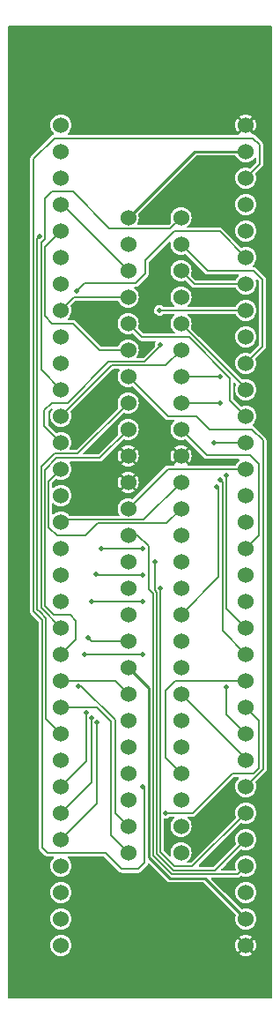
<source format=gtl>
G04 #@! TF.GenerationSoftware,KiCad,Pcbnew,7.0.8*
G04 #@! TF.CreationDate,2023-12-20T13:31:54-05:00*
G04 #@! TF.ProjectId,sms-umd,736d732d-756d-4642-9e6b-696361645f70,3.0*
G04 #@! TF.SameCoordinates,PX7c25018PY8f85f18*
G04 #@! TF.FileFunction,Copper,L1,Top*
G04 #@! TF.FilePolarity,Positive*
%FSLAX46Y46*%
G04 Gerber Fmt 4.6, Leading zero omitted, Abs format (unit mm)*
G04 Created by KiCad (PCBNEW 7.0.8) date 2023-12-20 13:31:54*
%MOMM*%
%LPD*%
G01*
G04 APERTURE LIST*
G04 #@! TA.AperFunction,ComponentPad*
%ADD10C,1.524000*%
G04 #@! TD*
G04 #@! TA.AperFunction,ViaPad*
%ADD11C,0.508000*%
G04 #@! TD*
G04 #@! TA.AperFunction,Conductor*
%ADD12C,0.177800*%
G04 #@! TD*
G04 #@! TA.AperFunction,Conductor*
%ADD13C,0.254000*%
G04 #@! TD*
G04 APERTURE END LIST*
D10*
X12192000Y75565000D03*
X17272000Y75565000D03*
X12192000Y73025000D03*
X17272000Y73025000D03*
X12192000Y70485000D03*
X17272000Y70485000D03*
X12192000Y67945000D03*
X17272000Y67945000D03*
X12192000Y65405000D03*
X17272000Y65405000D03*
X12192000Y62865000D03*
X17272000Y62865000D03*
X12192000Y60325000D03*
X17272000Y60325000D03*
X12192000Y57785000D03*
X17272000Y57785000D03*
X12192000Y55245000D03*
X17272000Y55245000D03*
X12192000Y52705000D03*
X17272000Y52705000D03*
X12192000Y50165000D03*
X17272000Y50165000D03*
X12192000Y47625000D03*
X17272000Y47625000D03*
X12192000Y45085000D03*
X17272000Y45085000D03*
X12192000Y42545000D03*
X17272000Y42545000D03*
X12192000Y40005000D03*
X17272000Y40005000D03*
X12192000Y37465000D03*
X17272000Y37465000D03*
X12192000Y34925000D03*
X17272000Y34925000D03*
X12192000Y32385000D03*
X17272000Y32385000D03*
X12192000Y29845000D03*
X17272000Y29845000D03*
X12192000Y27305000D03*
X17272000Y27305000D03*
X12192000Y24765000D03*
X17272000Y24765000D03*
X12192000Y22225000D03*
X17272000Y22225000D03*
X12192000Y19685000D03*
X17272000Y19685000D03*
X12192000Y17145000D03*
X17272000Y17145000D03*
X12192000Y14605000D03*
X17272000Y14605000D03*
X5715000Y84455000D03*
X5715000Y81915000D03*
X5715000Y79375000D03*
X5715000Y76835000D03*
X5715000Y74295000D03*
X5715000Y71755000D03*
X5715000Y69215000D03*
X5715000Y66675000D03*
X5715000Y64135000D03*
X5715000Y61595000D03*
X5715000Y59055000D03*
X5715000Y56515000D03*
X5715000Y53975000D03*
X5715000Y51435000D03*
X5715000Y48895000D03*
X5715000Y46355000D03*
X5715000Y43815000D03*
X5715000Y41275000D03*
X5715000Y38735000D03*
X5715000Y36195000D03*
X5715000Y33655000D03*
X5715000Y31115000D03*
X5715000Y28575000D03*
X5715000Y26035000D03*
X5715000Y23495000D03*
X5715000Y20955000D03*
X5715000Y18415000D03*
X5715000Y15875000D03*
X5715000Y13335000D03*
X5715000Y10795000D03*
X5715000Y8255000D03*
X5715000Y5715000D03*
X23495000Y5715000D03*
X23495000Y8255000D03*
X23495000Y10795000D03*
X23495000Y13335000D03*
X23495000Y15875000D03*
X23495000Y18415000D03*
X23495000Y20955000D03*
X23495000Y23495000D03*
X23495000Y26035000D03*
X23495000Y28575000D03*
X23495000Y31115000D03*
X23495000Y33655000D03*
X23495000Y36195000D03*
X23495000Y38735000D03*
X23495000Y41275000D03*
X23495000Y43815000D03*
X23495000Y46355000D03*
X23495000Y48895000D03*
X23495000Y51435000D03*
X23495000Y53975000D03*
X23495000Y56515000D03*
X23495000Y59055000D03*
X23495000Y61595000D03*
X23495000Y64135000D03*
X23495000Y66675000D03*
X23495000Y69215000D03*
X23495000Y71755000D03*
X23495000Y74295000D03*
X23495000Y76835000D03*
X23495000Y79375000D03*
X23495000Y81915000D03*
X23495000Y84455000D03*
D11*
X3683000Y73761600D03*
X20726400Y49758600D03*
X13614400Y43815000D03*
X9575800Y43815000D03*
X9194800Y27152600D03*
X13589000Y41275000D03*
X9055100Y41372714D03*
X8661400Y27584400D03*
X13589000Y38760400D03*
X8699500Y38760400D03*
X8128000Y28016200D03*
X13589000Y33655000D03*
X7975600Y33655000D03*
X8331200Y35280600D03*
X13614400Y20904200D03*
X7442200Y30581600D03*
X15824200Y18415000D03*
X14732000Y42545000D03*
X15290800Y40005000D03*
X21666200Y30530800D03*
X20421600Y53975000D03*
X15214600Y66675000D03*
X7264400Y68503800D03*
X21056600Y57785000D03*
X21056600Y50368200D03*
X21056600Y60325000D03*
X21615400Y50800000D03*
X15265400Y63398400D03*
X16535400Y90678000D03*
D12*
X3098800Y37769800D02*
X3098800Y81203800D01*
X3937000Y36931600D02*
X3098800Y37769800D01*
X3937000Y15138400D02*
X3937000Y36931600D01*
X13131800Y13030200D02*
X11582400Y13030200D01*
X10007600Y14605000D02*
X4470400Y14605000D01*
X11582400Y13030200D02*
X10007600Y14605000D01*
X13766800Y13665200D02*
X13131800Y13030200D01*
X4470400Y14605000D02*
X3937000Y15138400D01*
X13614400Y20904200D02*
X13766800Y20751800D01*
X13766800Y20751800D02*
X13766800Y13665200D01*
X3098800Y81203800D02*
X5105400Y83210400D01*
X3454400Y37944574D02*
X3719587Y37679387D01*
X3454400Y73533000D02*
X3454400Y37944574D01*
X5328894Y45059600D02*
X4521200Y45867294D01*
X8102600Y45059600D02*
X5328894Y45059600D01*
X17272000Y47625000D02*
X15875000Y46228000D01*
X7162800Y35102800D02*
X5715000Y33655000D01*
X7162800Y36880800D02*
X7162800Y35102800D01*
X6629400Y37414200D02*
X7162800Y36880800D01*
X4165600Y51343612D02*
X4165600Y38277800D01*
X4292600Y37106374D02*
X3719587Y37679387D01*
X5323788Y52501800D02*
X4165600Y51343612D01*
X9448800Y52501800D02*
X5323788Y52501800D01*
X3810000Y51658494D02*
X3810000Y38100000D01*
X5097806Y52946300D02*
X3810000Y51658494D01*
X12192000Y57785000D02*
X7353300Y52946300D01*
X5029200Y37414200D02*
X6629400Y37414200D01*
X7353300Y52946300D02*
X5097806Y52946300D01*
X12192000Y55245000D02*
X9448800Y52501800D01*
X4521200Y45867294D02*
X4521200Y50241200D01*
X16243300Y74536300D02*
X17272000Y75565000D01*
X3683000Y73761600D02*
X3454400Y73533000D01*
X4902200Y78079600D02*
X6858000Y78079600D01*
X6858000Y78079600D02*
X10401300Y74536300D01*
X4203700Y73545918D02*
X4203700Y77381100D01*
X4521200Y50241200D02*
X5715000Y51435000D01*
X3810000Y38100000D02*
X5715000Y36195000D01*
X3810000Y73152218D02*
X4203700Y73545918D01*
X10401300Y74536300D02*
X16243300Y74536300D01*
X4165600Y38277800D02*
X5029200Y37414200D01*
X5715000Y59055000D02*
X3810000Y60960000D01*
X9271000Y46228000D02*
X8102600Y45059600D01*
X3810000Y60960000D02*
X3810000Y73152218D01*
X15875000Y46228000D02*
X9271000Y46228000D01*
X4203700Y77381100D02*
X4902200Y78079600D01*
X20904200Y49580800D02*
X20726400Y49758600D01*
X20904200Y41097200D02*
X20904200Y49580800D01*
X17272000Y37465000D02*
X20904200Y41097200D01*
X9575800Y43815000D02*
X13614400Y43815000D01*
X14135100Y39890700D02*
X14135100Y44030682D01*
X14579600Y14351000D02*
X14579600Y39446200D01*
X22733000Y12573000D02*
X16357600Y12573000D01*
X16357600Y12573000D02*
X14579600Y14351000D01*
X14579600Y39446200D02*
X14135100Y39890700D01*
X13080782Y45085000D02*
X12192000Y45085000D01*
X9122486Y41372714D02*
X9055100Y41372714D01*
X9220200Y41275000D02*
X9122486Y41372714D01*
X14135100Y44030682D02*
X13080782Y45085000D01*
X23495000Y13335000D02*
X22733000Y12573000D01*
X13589000Y41275000D02*
X9220200Y41275000D01*
X9194800Y19354800D02*
X9194800Y27152600D01*
X5715000Y15875000D02*
X9194800Y19354800D01*
X13589000Y38760400D02*
X8699500Y38760400D01*
X8661400Y21361400D02*
X8661400Y27584400D01*
X5715000Y18415000D02*
X8661400Y21361400D01*
X8128000Y23368000D02*
X8128000Y28016200D01*
X5715000Y20955000D02*
X8128000Y23368000D01*
X7975600Y33655000D02*
X13589000Y33655000D01*
X8686800Y34925000D02*
X8331200Y35280600D01*
X12192000Y34925000D02*
X8686800Y34925000D01*
X24841200Y80721200D02*
X23495000Y79375000D01*
X24841200Y82550000D02*
X24841200Y80721200D01*
X24180800Y83210400D02*
X24841200Y82550000D01*
X5105400Y83210400D02*
X24180800Y83210400D01*
X10541000Y16256000D02*
X12192000Y14605000D01*
X10541000Y27228800D02*
X10541000Y16256000D01*
X9194800Y28575000D02*
X10541000Y27228800D01*
X5715000Y28575000D02*
X9194800Y28575000D01*
X7691094Y30581600D02*
X7442200Y30581600D01*
X10922000Y27350694D02*
X7691094Y30581600D01*
X10922000Y18415000D02*
X10922000Y27350694D01*
X12192000Y17145000D02*
X10922000Y18415000D01*
X16865600Y18415000D02*
X15824200Y18415000D01*
X18389600Y18415000D02*
X16865600Y18415000D01*
X18465800Y18491200D02*
X18389600Y18415000D01*
X22199600Y22225000D02*
X18465800Y18491200D01*
X24231600Y22225000D02*
X22199600Y22225000D01*
D13*
X14173200Y14198600D02*
X14173200Y30403800D01*
X14173200Y30403800D02*
X12192000Y32385000D01*
X16205200Y12166600D02*
X14173200Y14198600D01*
X19583400Y12166600D02*
X16205200Y12166600D01*
X23495000Y8255000D02*
X19583400Y12166600D01*
D12*
X14732000Y40284400D02*
X14732000Y42545000D01*
X14732000Y39801800D02*
X14732000Y40284400D01*
X14935200Y39598600D02*
X14732000Y39801800D01*
X14935200Y14503400D02*
X14935200Y15138400D01*
X16510000Y12928600D02*
X16052800Y13385800D01*
X16052800Y13385800D02*
X14935200Y14503400D01*
X14935200Y15138400D02*
X14935200Y39598600D01*
X16865600Y12928600D02*
X16510000Y12928600D01*
X23495000Y15875000D02*
X20548600Y12928600D01*
X20548600Y12928600D02*
X16865600Y12928600D01*
X15290800Y40005000D02*
X15290800Y39166800D01*
X15290800Y14655800D02*
X15290800Y39166800D01*
X16662400Y13284200D02*
X15290800Y14655800D01*
X18364200Y13284200D02*
X16662400Y13284200D01*
X23495000Y18415000D02*
X18364200Y13284200D01*
X4292600Y27457400D02*
X4292600Y37106374D01*
X5715000Y26035000D02*
X4292600Y27457400D01*
X21666200Y27863800D02*
X21666200Y30530800D01*
X23495000Y26035000D02*
X21666200Y27863800D01*
X24739600Y27330400D02*
X23495000Y28575000D01*
X24739600Y22733000D02*
X24739600Y27330400D01*
X24231600Y22225000D02*
X24739600Y22733000D01*
X25146000Y54178200D02*
X25146000Y53035200D01*
X19989800Y55270400D02*
X24053800Y55270400D01*
X24053800Y55270400D02*
X25146000Y54178200D01*
X18745200Y56515000D02*
X19989800Y55270400D01*
X16002000Y56515000D02*
X18745200Y56515000D01*
X12192000Y60325000D02*
X16002000Y56515000D01*
X25146000Y28600400D02*
X25146000Y53035200D01*
X23952200Y52755800D02*
X24790400Y51917600D01*
X19761200Y52755800D02*
X23952200Y52755800D01*
X17272000Y55245000D02*
X19761200Y52755800D01*
X24790400Y51917600D02*
X24790400Y45110400D01*
X24790400Y45110400D02*
X23495000Y43815000D01*
X25146000Y22606000D02*
X25146000Y28600400D01*
X23495000Y20955000D02*
X25146000Y22606000D01*
X20421600Y53975000D02*
X23495000Y53975000D01*
X6985000Y67945000D02*
X5715000Y66675000D01*
X12192000Y67945000D02*
X6985000Y67945000D01*
X15214600Y66675000D02*
X23495000Y66675000D01*
X19812000Y70485000D02*
X17272000Y73025000D01*
X24231600Y70485000D02*
X19812000Y70485000D01*
X25095200Y69621400D02*
X24231600Y70485000D01*
X25095200Y63195200D02*
X25095200Y69621400D01*
X23495000Y61595000D02*
X25095200Y63195200D01*
X17272000Y70485000D02*
X18542000Y69215000D01*
X18542000Y69215000D02*
X23495000Y69215000D01*
X8026400Y69265800D02*
X7264400Y68503800D01*
X12903200Y69265800D02*
X8026400Y69265800D01*
X13843000Y71450200D02*
X13843000Y70205600D01*
X13843000Y70205600D02*
X12903200Y69265800D01*
X16637000Y74244200D02*
X13843000Y71450200D01*
X21005800Y74244200D02*
X16637000Y74244200D01*
X23495000Y71755000D02*
X21005800Y74244200D01*
X21056600Y57785000D02*
X17272000Y57785000D01*
X21259800Y50165000D02*
X21056600Y50368200D01*
X21259800Y39192200D02*
X21259800Y50165000D01*
X21259800Y35890200D02*
X21259800Y39192200D01*
X23495000Y33655000D02*
X21259800Y35890200D01*
X21056600Y60325000D02*
X17272000Y60325000D01*
X21945600Y58064400D02*
X23495000Y56515000D01*
X21945600Y60172382D02*
X21945600Y58064400D01*
X18033782Y64084200D02*
X21945600Y60172382D01*
X13512800Y64084200D02*
X18033782Y64084200D01*
X12192000Y65405000D02*
X13512800Y64084200D01*
X23495000Y59055000D02*
X23495000Y59182000D01*
X21615400Y39674800D02*
X21615400Y50800000D01*
X23495000Y59182000D02*
X17272000Y65405000D01*
X21615400Y38074600D02*
X21615400Y39674800D01*
X23495000Y36195000D02*
X21615400Y38074600D01*
X15773400Y23723600D02*
X17272000Y22225000D01*
X15773400Y30200600D02*
X15773400Y23723600D01*
X16687800Y31115000D02*
X15773400Y30200600D01*
X23495000Y31115000D02*
X16687800Y31115000D01*
X4165600Y72745600D02*
X5715000Y74295000D01*
X4165600Y66116200D02*
X4165600Y72745600D01*
X4851400Y65430400D02*
X4165600Y66116200D01*
X9423400Y62865000D02*
X6858000Y65430400D01*
X12192000Y62865000D02*
X9423400Y62865000D01*
X6858000Y65430400D02*
X4851400Y65430400D01*
X4826000Y57785000D02*
X4140200Y57099200D01*
X4140200Y57099200D02*
X4140200Y55549800D01*
X10312400Y61747400D02*
X6350000Y57785000D01*
X13766800Y61747400D02*
X10312400Y61747400D01*
X15265400Y63246000D02*
X13766800Y61747400D01*
X4140200Y55549800D02*
X5715000Y53975000D01*
X15265400Y63398400D02*
X15265400Y63246000D01*
X6350000Y57785000D02*
X4826000Y57785000D01*
X10591800Y61391800D02*
X5715000Y56515000D01*
X17272000Y62865000D02*
X15798800Y61391800D01*
X15798800Y61391800D02*
X10591800Y61391800D01*
X13690600Y46583600D02*
X17272000Y50165000D01*
X5715000Y46355000D02*
X5943600Y46583600D01*
X5943600Y46583600D02*
X13690600Y46583600D01*
X16002000Y51435000D02*
X23495000Y51435000D01*
X12192000Y47625000D02*
X16002000Y51435000D01*
X10922000Y31115000D02*
X12192000Y29845000D01*
X5715000Y31115000D02*
X10922000Y31115000D01*
X23495000Y23622000D02*
X23495000Y23495000D01*
X17272000Y29845000D02*
X23495000Y23622000D01*
X12192000Y70485000D02*
X5842000Y76835000D01*
X5842000Y76835000D02*
X5715000Y76835000D01*
D13*
X18542000Y81915000D02*
X12192000Y75565000D01*
X23495000Y81915000D02*
X18542000Y81915000D01*
G04 #@! TA.AperFunction,Conductor*
G36*
X11341343Y61027835D02*
G01*
X11371407Y60975764D01*
X11360966Y60916550D01*
X11352791Y60904738D01*
X11342722Y60892470D01*
X11248335Y60715884D01*
X11248333Y60715880D01*
X11190209Y60524274D01*
X11190208Y60524272D01*
X11190208Y60524269D01*
X11170582Y60325000D01*
X11190208Y60125731D01*
X11248333Y59934120D01*
X11342722Y59757531D01*
X11469748Y59602748D01*
X11624531Y59475722D01*
X11801120Y59381333D01*
X11992731Y59323208D01*
X12192000Y59303582D01*
X12391269Y59323208D01*
X12582880Y59381333D01*
X12582886Y59381337D01*
X12583979Y59381668D01*
X12644017Y59378391D01*
X12671651Y59359708D01*
X15747232Y56284126D01*
X15749823Y56281298D01*
X15777861Y56247883D01*
X15815650Y56226066D01*
X15818885Y56224005D01*
X15854634Y56198973D01*
X15858276Y56197998D01*
X15879474Y56189217D01*
X15882739Y56187332D01*
X15925709Y56179756D01*
X15929455Y56178925D01*
X15947266Y56174154D01*
X15971609Y56167630D01*
X16008796Y56170884D01*
X16015082Y56171433D01*
X16018914Y56171600D01*
X16553084Y56171600D01*
X16609585Y56151035D01*
X16639649Y56098964D01*
X16629208Y56039750D01*
X16608849Y56015755D01*
X16567054Y55981455D01*
X16549750Y55967254D01*
X16549746Y55967250D01*
X16422722Y55812470D01*
X16328335Y55635884D01*
X16328333Y55635880D01*
X16270209Y55444274D01*
X16270208Y55444272D01*
X16270208Y55444269D01*
X16250582Y55245000D01*
X16270208Y55045731D01*
X16270208Y55045729D01*
X16270209Y55045727D01*
X16285167Y54996418D01*
X16328333Y54854120D01*
X16422722Y54677531D01*
X16549748Y54522748D01*
X16704531Y54395722D01*
X16881120Y54301333D01*
X17072731Y54243208D01*
X17272000Y54223582D01*
X17471269Y54243208D01*
X17662880Y54301333D01*
X17662886Y54301337D01*
X17663979Y54301668D01*
X17724017Y54298391D01*
X17751651Y54279708D01*
X19506432Y52524926D01*
X19509023Y52522098D01*
X19537062Y52488683D01*
X19574852Y52466865D01*
X19578089Y52464803D01*
X19613832Y52439775D01*
X19613834Y52439774D01*
X19617468Y52438801D01*
X19638675Y52430017D01*
X19641939Y52428132D01*
X19684943Y52420550D01*
X19688660Y52419726D01*
X19730809Y52408431D01*
X19768863Y52411761D01*
X19774270Y52412233D01*
X19778102Y52412400D01*
X22837984Y52412400D01*
X22894485Y52391835D01*
X22924549Y52339764D01*
X22914108Y52280550D01*
X22893748Y52256554D01*
X22840518Y52212869D01*
X22772750Y52157254D01*
X22772746Y52157250D01*
X22645722Y52002470D01*
X22550790Y51824864D01*
X22506019Y51784729D01*
X22473269Y51778400D01*
X17981495Y51778400D01*
X17924994Y51798965D01*
X17894930Y51851036D01*
X17893701Y51870612D01*
X17895249Y51902146D01*
X17532085Y52265309D01*
X17549470Y52273248D01*
X17659869Y52368910D01*
X17709878Y52446727D01*
X18074853Y52081752D01*
X18120859Y52137809D01*
X18215203Y52314314D01*
X18273297Y52505823D01*
X18292915Y52705000D01*
X18273297Y52904178D01*
X18215203Y53095687D01*
X18120859Y53272193D01*
X18074853Y53328250D01*
X17709878Y52963275D01*
X17659869Y53041090D01*
X17549470Y53136752D01*
X17532083Y53144692D01*
X17895248Y53507856D01*
X17839192Y53553860D01*
X17662686Y53648204D01*
X17471177Y53706298D01*
X17272000Y53725916D01*
X17072822Y53706298D01*
X16881313Y53648204D01*
X16704808Y53553861D01*
X16648750Y53507856D01*
X17011914Y53144692D01*
X16994530Y53136752D01*
X16884131Y53041090D01*
X16834121Y52963273D01*
X16469144Y53328250D01*
X16423139Y53272192D01*
X16328796Y53095687D01*
X16270702Y52904178D01*
X16251084Y52705000D01*
X16270702Y52505823D01*
X16328796Y52314314D01*
X16423140Y52137808D01*
X16469144Y52081752D01*
X16834120Y52446729D01*
X16884131Y52368910D01*
X16994530Y52273248D01*
X17011913Y52265310D01*
X16648749Y51902146D01*
X16650299Y51870613D01*
X16632532Y51813171D01*
X16581998Y51780589D01*
X16562505Y51778400D01*
X16018900Y51778400D01*
X16015085Y51778567D01*
X15997358Y51780118D01*
X15971611Y51782371D01*
X15929459Y51771077D01*
X15925717Y51770248D01*
X15882743Y51762669D01*
X15882741Y51762669D01*
X15882739Y51762668D01*
X15882737Y51762668D01*
X15882737Y51762667D01*
X15879467Y51760779D01*
X15858288Y51752007D01*
X15854636Y51751028D01*
X15854634Y51751028D01*
X15818878Y51725992D01*
X15815646Y51723933D01*
X15777865Y51702119D01*
X15777860Y51702115D01*
X15749822Y51668702D01*
X15747231Y51665875D01*
X12671651Y48590294D01*
X12617157Y48564883D01*
X12583980Y48568334D01*
X12391275Y48626791D01*
X12391270Y48626792D01*
X12391269Y48626792D01*
X12192000Y48646418D01*
X11992731Y48626792D01*
X11992728Y48626792D01*
X11992726Y48626791D01*
X11801120Y48568667D01*
X11801116Y48568665D01*
X11624530Y48474278D01*
X11469750Y48347254D01*
X11469746Y48347250D01*
X11342722Y48192470D01*
X11248335Y48015884D01*
X11248333Y48015880D01*
X11190209Y47824274D01*
X11190208Y47824272D01*
X11190208Y47824269D01*
X11170582Y47625000D01*
X11190208Y47425731D01*
X11248333Y47234120D01*
X11296709Y47143615D01*
X11343361Y47056336D01*
X11351859Y46996812D01*
X11320108Y46945752D01*
X11265840Y46927000D01*
X6602134Y46927000D01*
X6545633Y46947565D01*
X6534186Y46959137D01*
X6500949Y46999636D01*
X6437252Y47077252D01*
X6282469Y47204278D01*
X6105880Y47298667D01*
X5993398Y47332789D01*
X5914273Y47356791D01*
X5914271Y47356792D01*
X5914269Y47356792D01*
X5715000Y47376418D01*
X5515731Y47356792D01*
X5515728Y47356792D01*
X5515726Y47356791D01*
X5324120Y47298667D01*
X5324116Y47298665D01*
X5147530Y47204278D01*
X5008263Y47089985D01*
X4951541Y47070038D01*
X4895267Y47091218D01*
X4865774Y47143615D01*
X4864600Y47157933D01*
X4864600Y48092068D01*
X4885165Y48148569D01*
X4937236Y48178633D01*
X4996450Y48168192D01*
X5008257Y48160020D01*
X5147531Y48045722D01*
X5324120Y47951333D01*
X5515731Y47893208D01*
X5715000Y47873582D01*
X5914269Y47893208D01*
X6105880Y47951333D01*
X6282469Y48045722D01*
X6437252Y48172748D01*
X6564278Y48327531D01*
X6658667Y48504120D01*
X6716792Y48695731D01*
X6736418Y48895000D01*
X6716792Y49094269D01*
X6658667Y49285880D01*
X6564278Y49462469D01*
X6437252Y49617252D01*
X6282469Y49744278D01*
X6105880Y49838667D01*
X5993398Y49872789D01*
X5914273Y49896791D01*
X5914271Y49896792D01*
X5914269Y49896792D01*
X5715000Y49916418D01*
X5515731Y49896792D01*
X5515728Y49896792D01*
X5515726Y49896791D01*
X5324120Y49838667D01*
X5324116Y49838665D01*
X5147530Y49744278D01*
X5008263Y49629985D01*
X4951541Y49610038D01*
X4895267Y49631218D01*
X4865774Y49683615D01*
X4864600Y49697933D01*
X4864600Y50062550D01*
X4885165Y50119051D01*
X4890334Y50124694D01*
X4930640Y50165000D01*
X11171084Y50165000D01*
X11190702Y49965823D01*
X11248796Y49774314D01*
X11343140Y49597808D01*
X11389144Y49541752D01*
X11754120Y49906729D01*
X11804131Y49828910D01*
X11914530Y49733248D01*
X11931913Y49725310D01*
X11568750Y49362147D01*
X11624807Y49316141D01*
X11801313Y49221797D01*
X11992822Y49163703D01*
X12192000Y49144085D01*
X12391177Y49163703D01*
X12582686Y49221797D01*
X12759191Y49316141D01*
X12815248Y49362147D01*
X12452085Y49725309D01*
X12469470Y49733248D01*
X12579869Y49828910D01*
X12629878Y49906727D01*
X12994853Y49541752D01*
X13040859Y49597809D01*
X13135203Y49774314D01*
X13193297Y49965823D01*
X13212915Y50165000D01*
X13193297Y50364178D01*
X13135203Y50555687D01*
X13040859Y50732193D01*
X12994853Y50788250D01*
X12629878Y50423275D01*
X12579869Y50501090D01*
X12469470Y50596752D01*
X12452083Y50604692D01*
X12815248Y50967856D01*
X12759192Y51013860D01*
X12582686Y51108204D01*
X12391177Y51166298D01*
X12192000Y51185916D01*
X11992822Y51166298D01*
X11801313Y51108204D01*
X11624808Y51013861D01*
X11568750Y50967856D01*
X11931914Y50604692D01*
X11914530Y50596752D01*
X11804131Y50501090D01*
X11754121Y50423273D01*
X11389144Y50788250D01*
X11343139Y50732192D01*
X11248796Y50555687D01*
X11190702Y50364178D01*
X11171084Y50165000D01*
X4930640Y50165000D01*
X5235348Y50469708D01*
X5289840Y50495118D01*
X5323017Y50491667D01*
X5515724Y50433210D01*
X5515731Y50433208D01*
X5715000Y50413582D01*
X5914269Y50433208D01*
X6105880Y50491333D01*
X6282469Y50585722D01*
X6437252Y50712748D01*
X6564278Y50867531D01*
X6658667Y51044120D01*
X6716792Y51235731D01*
X6736418Y51435000D01*
X6716792Y51634269D01*
X6658667Y51825880D01*
X6564278Y52002469D01*
X6554208Y52014739D01*
X6534263Y52071461D01*
X6555444Y52127733D01*
X6607841Y52157226D01*
X6622158Y52158400D01*
X9431900Y52158400D01*
X9435714Y52158234D01*
X9471454Y52155107D01*
X9479189Y52154430D01*
X9479189Y52154431D01*
X9479191Y52154430D01*
X9521349Y52165728D01*
X9525071Y52166553D01*
X9568061Y52174132D01*
X9571320Y52176015D01*
X9592527Y52184798D01*
X9592532Y52184800D01*
X9596166Y52185773D01*
X9631927Y52210815D01*
X9635136Y52212860D01*
X9672938Y52234683D01*
X9700983Y52268107D01*
X9703569Y52270929D01*
X10137640Y52705000D01*
X11171084Y52705000D01*
X11190702Y52505823D01*
X11248796Y52314314D01*
X11343140Y52137808D01*
X11389144Y52081752D01*
X11754120Y52446729D01*
X11804131Y52368910D01*
X11914530Y52273248D01*
X11931913Y52265310D01*
X11568750Y51902147D01*
X11624807Y51856141D01*
X11801313Y51761797D01*
X11992822Y51703703D01*
X12192000Y51684085D01*
X12391177Y51703703D01*
X12582686Y51761797D01*
X12759191Y51856141D01*
X12815248Y51902147D01*
X12452085Y52265309D01*
X12469470Y52273248D01*
X12579869Y52368910D01*
X12629878Y52446727D01*
X12994853Y52081752D01*
X13040859Y52137809D01*
X13135203Y52314314D01*
X13193297Y52505823D01*
X13212915Y52705000D01*
X13193297Y52904178D01*
X13135203Y53095687D01*
X13040859Y53272193D01*
X12994853Y53328250D01*
X12629878Y52963275D01*
X12579869Y53041090D01*
X12469470Y53136752D01*
X12452083Y53144692D01*
X12815248Y53507856D01*
X12759192Y53553860D01*
X12582686Y53648204D01*
X12391177Y53706298D01*
X12192000Y53725916D01*
X11992822Y53706298D01*
X11801313Y53648204D01*
X11624808Y53553861D01*
X11568750Y53507856D01*
X11931914Y53144692D01*
X11914530Y53136752D01*
X11804131Y53041090D01*
X11754121Y52963273D01*
X11389144Y53328250D01*
X11343139Y53272192D01*
X11248796Y53095687D01*
X11190702Y52904178D01*
X11171084Y52705000D01*
X10137640Y52705000D01*
X10705350Y53272710D01*
X11712347Y54279708D01*
X11766840Y54305118D01*
X11800017Y54301667D01*
X11992724Y54243210D01*
X11992731Y54243208D01*
X12192000Y54223582D01*
X12391269Y54243208D01*
X12582880Y54301333D01*
X12759469Y54395722D01*
X12914252Y54522748D01*
X13041278Y54677531D01*
X13135667Y54854120D01*
X13193792Y55045731D01*
X13213418Y55245000D01*
X13193792Y55444269D01*
X13135667Y55635880D01*
X13041278Y55812469D01*
X12914252Y55967252D01*
X12759469Y56094278D01*
X12582880Y56188667D01*
X12459593Y56226066D01*
X12391273Y56246791D01*
X12391271Y56246792D01*
X12391269Y56246792D01*
X12192000Y56266418D01*
X11992731Y56246792D01*
X11992728Y56246792D01*
X11992726Y56246791D01*
X11801120Y56188667D01*
X11801116Y56188665D01*
X11624530Y56094278D01*
X11469750Y55967254D01*
X11469746Y55967250D01*
X11342722Y55812470D01*
X11248335Y55635884D01*
X11248333Y55635880D01*
X11190209Y55444274D01*
X11190208Y55444272D01*
X11190208Y55444269D01*
X11175643Y55296384D01*
X11170582Y55245000D01*
X11190209Y55045725D01*
X11248666Y54853020D01*
X11245388Y54792982D01*
X11226706Y54765349D01*
X9332304Y52870945D01*
X9277810Y52845534D01*
X9270149Y52845200D01*
X7950051Y52845200D01*
X7893550Y52865765D01*
X7863486Y52917836D01*
X7873927Y52977050D01*
X7887896Y52995255D01*
X8722912Y53830271D01*
X11712347Y56819708D01*
X11766840Y56845118D01*
X11800017Y56841667D01*
X11924400Y56803936D01*
X11992731Y56783208D01*
X12192000Y56763582D01*
X12391269Y56783208D01*
X12582880Y56841333D01*
X12759469Y56935722D01*
X12914252Y57062748D01*
X13041278Y57217531D01*
X13135667Y57394120D01*
X13193792Y57585731D01*
X13213418Y57785000D01*
X13193792Y57984269D01*
X13135667Y58175880D01*
X13041278Y58352469D01*
X12914252Y58507252D01*
X12759469Y58634278D01*
X12582880Y58728667D01*
X12422072Y58777448D01*
X12391273Y58786791D01*
X12391271Y58786792D01*
X12391269Y58786792D01*
X12192000Y58806418D01*
X11992731Y58786792D01*
X11992728Y58786792D01*
X11992726Y58786791D01*
X11801120Y58728667D01*
X11801116Y58728665D01*
X11624530Y58634278D01*
X11469750Y58507254D01*
X11469746Y58507250D01*
X11342722Y58352470D01*
X11248335Y58175884D01*
X11248333Y58175880D01*
X11190209Y57984274D01*
X11190208Y57984272D01*
X11190208Y57984269D01*
X11170582Y57785000D01*
X11184836Y57640271D01*
X11190209Y57585725D01*
X11248666Y57393020D01*
X11245388Y57332982D01*
X11226706Y57305349D01*
X7236804Y53315445D01*
X7182310Y53290034D01*
X7174649Y53289700D01*
X6647948Y53289700D01*
X6591447Y53310265D01*
X6561383Y53362336D01*
X6570426Y53419035D01*
X6658667Y53584120D01*
X6716792Y53775731D01*
X6736418Y53975000D01*
X6716792Y54174269D01*
X6658667Y54365880D01*
X6564278Y54542469D01*
X6437252Y54697252D01*
X6282469Y54824278D01*
X6105880Y54918667D01*
X5988167Y54954375D01*
X5914273Y54976791D01*
X5914271Y54976792D01*
X5914269Y54976792D01*
X5715000Y54996418D01*
X5515731Y54976792D01*
X5515729Y54976792D01*
X5515724Y54976791D01*
X5323018Y54918334D01*
X5262980Y54921612D01*
X5235347Y54940294D01*
X4509345Y55666296D01*
X4483934Y55720790D01*
X4483600Y55728451D01*
X4483600Y56920549D01*
X4504165Y56977050D01*
X4509345Y56982704D01*
X4609114Y57082473D01*
X4774938Y57248298D01*
X4829431Y57273707D01*
X4887509Y57258146D01*
X4921997Y57208892D01*
X4916757Y57148994D01*
X4905040Y57130380D01*
X4865724Y57082473D01*
X4771335Y56905884D01*
X4771333Y56905880D01*
X4713209Y56714274D01*
X4713208Y56714272D01*
X4713208Y56714269D01*
X4693582Y56515000D01*
X4713208Y56315731D01*
X4771333Y56124120D01*
X4865722Y55947531D01*
X4992748Y55792748D01*
X5147531Y55665722D01*
X5324120Y55571333D01*
X5515731Y55513208D01*
X5715000Y55493582D01*
X5914269Y55513208D01*
X6105880Y55571333D01*
X6282469Y55665722D01*
X6437252Y55792748D01*
X6564278Y55947531D01*
X6658667Y56124120D01*
X6716792Y56315731D01*
X6736418Y56515000D01*
X6716792Y56714269D01*
X6701833Y56763583D01*
X6658333Y56906983D01*
X6661611Y56967021D01*
X6680290Y56994651D01*
X10708296Y61022655D01*
X10762790Y61048066D01*
X10770451Y61048400D01*
X11284842Y61048400D01*
X11341343Y61027835D01*
G37*
G04 #@! TD.AperFunction*
G04 #@! TA.AperFunction,Conductor*
G36*
X26003101Y93958935D02*
G01*
X26033165Y93906864D01*
X26034500Y93891600D01*
X26034500Y723400D01*
X26013935Y666899D01*
X25961864Y636835D01*
X25946600Y635500D01*
X723400Y635500D01*
X666899Y656065D01*
X636835Y708136D01*
X635500Y723400D01*
X635500Y5715000D01*
X4693582Y5715000D01*
X4713208Y5515731D01*
X4771333Y5324120D01*
X4865722Y5147531D01*
X4992748Y4992748D01*
X5147531Y4865722D01*
X5324120Y4771333D01*
X5515731Y4713208D01*
X5715000Y4693582D01*
X5914269Y4713208D01*
X6105880Y4771333D01*
X6282469Y4865722D01*
X6437252Y4992748D01*
X6564278Y5147531D01*
X6658667Y5324120D01*
X6716792Y5515731D01*
X6736418Y5715000D01*
X22474084Y5715000D01*
X22493702Y5515823D01*
X22551796Y5324314D01*
X22646140Y5147808D01*
X22692144Y5091752D01*
X23057120Y5456729D01*
X23107131Y5378910D01*
X23217530Y5283248D01*
X23234913Y5275310D01*
X22871750Y4912147D01*
X22927807Y4866141D01*
X23104313Y4771797D01*
X23295822Y4713703D01*
X23495000Y4694085D01*
X23694177Y4713703D01*
X23885686Y4771797D01*
X24062191Y4866141D01*
X24118248Y4912147D01*
X23755085Y5275309D01*
X23772470Y5283248D01*
X23882869Y5378910D01*
X23932878Y5456727D01*
X24297853Y5091752D01*
X24343859Y5147809D01*
X24438203Y5324314D01*
X24496297Y5515823D01*
X24515915Y5715000D01*
X24496297Y5914178D01*
X24438203Y6105687D01*
X24343859Y6282193D01*
X24297853Y6338250D01*
X23932878Y5973275D01*
X23882869Y6051090D01*
X23772470Y6146752D01*
X23755083Y6154692D01*
X24118248Y6517856D01*
X24062192Y6563860D01*
X23885686Y6658204D01*
X23694177Y6716298D01*
X23495000Y6735916D01*
X23295822Y6716298D01*
X23104313Y6658204D01*
X22927808Y6563861D01*
X22871750Y6517856D01*
X23234914Y6154692D01*
X23217530Y6146752D01*
X23107131Y6051090D01*
X23057121Y5973273D01*
X22692144Y6338250D01*
X22646139Y6282192D01*
X22551796Y6105687D01*
X22493702Y5914178D01*
X22474084Y5715000D01*
X6736418Y5715000D01*
X6716792Y5914269D01*
X6658667Y6105880D01*
X6564278Y6282469D01*
X6437252Y6437252D01*
X6282469Y6564278D01*
X6105880Y6658667D01*
X5993398Y6692789D01*
X5914273Y6716791D01*
X5914271Y6716792D01*
X5914269Y6716792D01*
X5715000Y6736418D01*
X5515731Y6716792D01*
X5515728Y6716792D01*
X5515726Y6716791D01*
X5324120Y6658667D01*
X5324116Y6658665D01*
X5147530Y6564278D01*
X4992750Y6437254D01*
X4992746Y6437250D01*
X4865722Y6282470D01*
X4771335Y6105884D01*
X4771333Y6105880D01*
X4713209Y5914274D01*
X4713208Y5914272D01*
X4713208Y5914269D01*
X4693582Y5715000D01*
X635500Y5715000D01*
X635500Y8255000D01*
X4693582Y8255000D01*
X4713208Y8055731D01*
X4771333Y7864120D01*
X4865722Y7687531D01*
X4992748Y7532748D01*
X5147531Y7405722D01*
X5324120Y7311333D01*
X5515731Y7253208D01*
X5715000Y7233582D01*
X5914269Y7253208D01*
X6105880Y7311333D01*
X6282469Y7405722D01*
X6437252Y7532748D01*
X6564278Y7687531D01*
X6658667Y7864120D01*
X6716792Y8055731D01*
X6736418Y8255000D01*
X6716792Y8454269D01*
X6658667Y8645880D01*
X6564278Y8822469D01*
X6437252Y8977252D01*
X6282469Y9104278D01*
X6105880Y9198667D01*
X5993244Y9232835D01*
X5914273Y9256791D01*
X5914271Y9256792D01*
X5914269Y9256792D01*
X5715000Y9276418D01*
X5515731Y9256792D01*
X5515728Y9256792D01*
X5515726Y9256791D01*
X5324120Y9198667D01*
X5324116Y9198665D01*
X5147530Y9104278D01*
X4992750Y8977254D01*
X4992746Y8977250D01*
X4865722Y8822470D01*
X4771335Y8645884D01*
X4771333Y8645880D01*
X4713209Y8454274D01*
X4713208Y8454272D01*
X4713208Y8454269D01*
X4693582Y8255000D01*
X635500Y8255000D01*
X635500Y10795000D01*
X4693582Y10795000D01*
X4713208Y10595731D01*
X4771333Y10404120D01*
X4865722Y10227531D01*
X4992748Y10072748D01*
X5147531Y9945722D01*
X5324120Y9851333D01*
X5515731Y9793208D01*
X5715000Y9773582D01*
X5914269Y9793208D01*
X6105880Y9851333D01*
X6282469Y9945722D01*
X6437252Y10072748D01*
X6564278Y10227531D01*
X6658667Y10404120D01*
X6716792Y10595731D01*
X6736418Y10795000D01*
X6716792Y10994269D01*
X6658667Y11185880D01*
X6564278Y11362469D01*
X6437252Y11517252D01*
X6282469Y11644278D01*
X6105880Y11738667D01*
X5960411Y11782795D01*
X5914273Y11796791D01*
X5914271Y11796792D01*
X5914269Y11796792D01*
X5715000Y11816418D01*
X5515731Y11796792D01*
X5515728Y11796792D01*
X5515726Y11796791D01*
X5324120Y11738667D01*
X5324116Y11738665D01*
X5147530Y11644278D01*
X4992750Y11517254D01*
X4992746Y11517250D01*
X4865722Y11362470D01*
X4771335Y11185884D01*
X4771333Y11185880D01*
X4713209Y10994274D01*
X4713208Y10994272D01*
X4713208Y10994269D01*
X4693582Y10795000D01*
X635500Y10795000D01*
X635500Y37739409D01*
X2751429Y37739409D01*
X2762722Y37697262D01*
X2763552Y37693519D01*
X2771131Y37650539D01*
X2773016Y37647275D01*
X2781795Y37626083D01*
X2782773Y37622432D01*
X2807803Y37586687D01*
X2809864Y37583452D01*
X2831684Y37545661D01*
X2865098Y37517623D01*
X2867926Y37515032D01*
X3567855Y36815104D01*
X3593266Y36760610D01*
X3593600Y36752949D01*
X3593600Y15155300D01*
X3593433Y15151486D01*
X3591882Y15133759D01*
X3589629Y15108011D01*
X3589629Y15108009D01*
X3600922Y15065862D01*
X3601752Y15062119D01*
X3609331Y15019139D01*
X3611216Y15015875D01*
X3619995Y14994683D01*
X3620973Y14991032D01*
X3646003Y14955287D01*
X3648064Y14952052D01*
X3669884Y14914261D01*
X3703298Y14886223D01*
X3706126Y14883632D01*
X4215632Y14374126D01*
X4218223Y14371298D01*
X4246262Y14337883D01*
X4284049Y14316067D01*
X4287277Y14314011D01*
X4323034Y14288973D01*
X4326669Y14288000D01*
X4347880Y14279214D01*
X4351139Y14277332D01*
X4394128Y14269752D01*
X4397863Y14268923D01*
X4403512Y14267410D01*
X4440010Y14257630D01*
X4477197Y14260884D01*
X4483483Y14261433D01*
X4487315Y14261600D01*
X4996084Y14261600D01*
X5052585Y14241035D01*
X5082649Y14188964D01*
X5072208Y14129750D01*
X5051849Y14105755D01*
X5010054Y14071455D01*
X4992750Y14057254D01*
X4992746Y14057250D01*
X4865722Y13902470D01*
X4771335Y13725884D01*
X4771333Y13725880D01*
X4713209Y13534274D01*
X4713208Y13534272D01*
X4713208Y13534269D01*
X4693582Y13335000D01*
X4713208Y13135731D01*
X4771333Y12944120D01*
X4865722Y12767531D01*
X4992748Y12612748D01*
X5147531Y12485722D01*
X5324120Y12391333D01*
X5515731Y12333208D01*
X5715000Y12313582D01*
X5914269Y12333208D01*
X6105880Y12391333D01*
X6282469Y12485722D01*
X6437252Y12612748D01*
X6564278Y12767531D01*
X6658667Y12944120D01*
X6716792Y13135731D01*
X6736418Y13335000D01*
X6716792Y13534269D01*
X6658667Y13725880D01*
X6564278Y13902469D01*
X6437252Y14057252D01*
X6378152Y14105754D01*
X6347523Y14157492D01*
X6357317Y14216816D01*
X6402953Y14255966D01*
X6433916Y14261600D01*
X9828949Y14261600D01*
X9885450Y14241035D01*
X9891104Y14235855D01*
X11327632Y12799326D01*
X11330223Y12796498D01*
X11354530Y12767531D01*
X11358262Y12763083D01*
X11396045Y12741269D01*
X11396049Y12741267D01*
X11399277Y12739211D01*
X11435034Y12714173D01*
X11438669Y12713200D01*
X11459880Y12704414D01*
X11463139Y12702532D01*
X11506128Y12694952D01*
X11509863Y12694123D01*
X11515512Y12692610D01*
X11552010Y12682830D01*
X11589197Y12686084D01*
X11595483Y12686633D01*
X11599315Y12686800D01*
X13114900Y12686800D01*
X13118714Y12686634D01*
X13154454Y12683507D01*
X13162189Y12682830D01*
X13162189Y12682831D01*
X13162191Y12682830D01*
X13204349Y12694128D01*
X13208071Y12694953D01*
X13251061Y12702532D01*
X13254320Y12704415D01*
X13275527Y12713198D01*
X13275538Y12713201D01*
X13279166Y12714173D01*
X13314927Y12739215D01*
X13318136Y12741260D01*
X13355938Y12763083D01*
X13383983Y12796507D01*
X13386569Y12799329D01*
X13653695Y13066455D01*
X13997684Y13410445D01*
X14000493Y13413018D01*
X14033917Y13441062D01*
X14055740Y13478864D01*
X14057785Y13482073D01*
X14082827Y13517834D01*
X14083801Y13521471D01*
X14092586Y13542681D01*
X14094468Y13545939D01*
X14094468Y13545943D01*
X14094470Y13545945D01*
X14097099Y13553166D01*
X14099426Y13552319D01*
X14123969Y13594830D01*
X14180469Y13615396D01*
X14236971Y13594833D01*
X14242626Y13589652D01*
X15091008Y12741269D01*
X15901016Y11931261D01*
X15912447Y11917184D01*
X15920640Y11904644D01*
X15950027Y11881771D01*
X15954114Y11878162D01*
X15957789Y11874488D01*
X15957791Y11874486D01*
X15977100Y11860700D01*
X16021115Y11826442D01*
X16021117Y11826442D01*
X16027520Y11822976D01*
X16027266Y11822508D01*
X16028554Y11821845D01*
X16028788Y11822323D01*
X16035327Y11819127D01*
X16035330Y11819125D01*
X16088786Y11803211D01*
X16141539Y11785100D01*
X16141545Y11785100D01*
X16148724Y11783901D01*
X16148636Y11783377D01*
X16150065Y11783169D01*
X16150131Y11783696D01*
X16157353Y11782797D01*
X16157359Y11782795D01*
X16213084Y11785100D01*
X19388968Y11785100D01*
X19445469Y11764535D01*
X19451123Y11759355D01*
X22517165Y8693312D01*
X22542576Y8638818D01*
X22539125Y8605641D01*
X22493209Y8454276D01*
X22493208Y8454271D01*
X22493208Y8454269D01*
X22473582Y8255000D01*
X22493208Y8055731D01*
X22551333Y7864120D01*
X22645722Y7687531D01*
X22772748Y7532748D01*
X22927531Y7405722D01*
X23104120Y7311333D01*
X23295731Y7253208D01*
X23495000Y7233582D01*
X23694269Y7253208D01*
X23885880Y7311333D01*
X24062469Y7405722D01*
X24217252Y7532748D01*
X24344278Y7687531D01*
X24438667Y7864120D01*
X24496792Y8055731D01*
X24516418Y8255000D01*
X24496792Y8454269D01*
X24438667Y8645880D01*
X24344278Y8822469D01*
X24217252Y8977252D01*
X24062469Y9104278D01*
X23885880Y9198667D01*
X23773244Y9232835D01*
X23694273Y9256791D01*
X23694271Y9256792D01*
X23694269Y9256792D01*
X23495000Y9276418D01*
X23295731Y9256792D01*
X23295729Y9256792D01*
X23295724Y9256791D01*
X23144359Y9210875D01*
X23084321Y9214153D01*
X23056688Y9232835D01*
X21494523Y10795000D01*
X22473582Y10795000D01*
X22493208Y10595731D01*
X22551333Y10404120D01*
X22645722Y10227531D01*
X22772748Y10072748D01*
X22927531Y9945722D01*
X23104120Y9851333D01*
X23295731Y9793208D01*
X23495000Y9773582D01*
X23694269Y9793208D01*
X23885880Y9851333D01*
X24062469Y9945722D01*
X24217252Y10072748D01*
X24344278Y10227531D01*
X24438667Y10404120D01*
X24496792Y10595731D01*
X24516418Y10795000D01*
X24496792Y10994269D01*
X24438667Y11185880D01*
X24344278Y11362469D01*
X24217252Y11517252D01*
X24062469Y11644278D01*
X23885880Y11738667D01*
X23740411Y11782795D01*
X23694273Y11796791D01*
X23694271Y11796792D01*
X23694269Y11796792D01*
X23495000Y11816418D01*
X23295731Y11796792D01*
X23295728Y11796792D01*
X23295726Y11796791D01*
X23104120Y11738667D01*
X23104116Y11738665D01*
X22927530Y11644278D01*
X22772750Y11517254D01*
X22772746Y11517250D01*
X22645722Y11362470D01*
X22551335Y11185884D01*
X22551333Y11185880D01*
X22493209Y10994274D01*
X22493208Y10994272D01*
X22493208Y10994269D01*
X22473582Y10795000D01*
X21494523Y10795000D01*
X20209978Y12079545D01*
X20184567Y12134039D01*
X20200130Y12192117D01*
X20249383Y12226605D01*
X20272133Y12229600D01*
X22716100Y12229600D01*
X22719914Y12229434D01*
X22755654Y12226307D01*
X22763389Y12225630D01*
X22763389Y12225631D01*
X22763391Y12225630D01*
X22805549Y12236928D01*
X22809271Y12237753D01*
X22852261Y12245332D01*
X22855520Y12247215D01*
X22876727Y12255998D01*
X22876732Y12256000D01*
X22880366Y12256973D01*
X22916127Y12282015D01*
X22919336Y12284060D01*
X22957138Y12305883D01*
X22985183Y12339307D01*
X22987769Y12342129D01*
X23015347Y12369708D01*
X23069840Y12395118D01*
X23103017Y12391667D01*
X23295724Y12333210D01*
X23295731Y12333208D01*
X23495000Y12313582D01*
X23694269Y12333208D01*
X23885880Y12391333D01*
X24062469Y12485722D01*
X24217252Y12612748D01*
X24344278Y12767531D01*
X24438667Y12944120D01*
X24496792Y13135731D01*
X24516418Y13335000D01*
X24496792Y13534269D01*
X24438667Y13725880D01*
X24344278Y13902469D01*
X24217252Y14057252D01*
X24062469Y14184278D01*
X23885880Y14278667D01*
X23711098Y14331687D01*
X23694273Y14336791D01*
X23694271Y14336792D01*
X23694269Y14336792D01*
X23495000Y14356418D01*
X23295731Y14336792D01*
X23295728Y14336792D01*
X23295726Y14336791D01*
X23104120Y14278667D01*
X23104116Y14278665D01*
X22927530Y14184278D01*
X22772750Y14057254D01*
X22772746Y14057250D01*
X22645722Y13902470D01*
X22551335Y13725884D01*
X22551333Y13725880D01*
X22493209Y13534274D01*
X22493208Y13534272D01*
X22493208Y13534269D01*
X22473582Y13335000D01*
X22477761Y13292565D01*
X22493209Y13135725D01*
X22525337Y13029816D01*
X22522059Y12969779D01*
X22480957Y12925894D01*
X22441222Y12916400D01*
X21234251Y12916400D01*
X21177750Y12936965D01*
X21147686Y12989036D01*
X21158127Y13048250D01*
X21172096Y13066455D01*
X21627109Y13521468D01*
X23015347Y14909708D01*
X23069840Y14935118D01*
X23103017Y14931667D01*
X23295724Y14873210D01*
X23295731Y14873208D01*
X23495000Y14853582D01*
X23694269Y14873208D01*
X23885880Y14931333D01*
X24062469Y15025722D01*
X24217252Y15152748D01*
X24344278Y15307531D01*
X24438667Y15484120D01*
X24496792Y15675731D01*
X24516418Y15875000D01*
X24496792Y16074269D01*
X24438667Y16265880D01*
X24344278Y16442469D01*
X24217252Y16597252D01*
X24062469Y16724278D01*
X23885880Y16818667D01*
X23773398Y16852789D01*
X23694273Y16876791D01*
X23694271Y16876792D01*
X23694269Y16876792D01*
X23495000Y16896418D01*
X23295731Y16876792D01*
X23295728Y16876792D01*
X23295726Y16876791D01*
X23104120Y16818667D01*
X23104116Y16818665D01*
X22927530Y16724278D01*
X22772750Y16597254D01*
X22772746Y16597250D01*
X22645722Y16442470D01*
X22551335Y16265884D01*
X22551333Y16265880D01*
X22493209Y16074274D01*
X22493208Y16074272D01*
X22493208Y16074269D01*
X22486270Y16003823D01*
X22473582Y15875000D01*
X22493209Y15675725D01*
X22551666Y15483020D01*
X22548388Y15422982D01*
X22529706Y15395349D01*
X20432104Y13297745D01*
X20377610Y13272334D01*
X20369949Y13272000D01*
X19049851Y13272000D01*
X18993350Y13292565D01*
X18963286Y13344636D01*
X18973727Y13403850D01*
X18987696Y13422055D01*
X19971372Y14405731D01*
X23015347Y17449708D01*
X23069840Y17475118D01*
X23103017Y17471667D01*
X23295724Y17413210D01*
X23295731Y17413208D01*
X23495000Y17393582D01*
X23694269Y17413208D01*
X23885880Y17471333D01*
X24062469Y17565722D01*
X24217252Y17692748D01*
X24344278Y17847531D01*
X24438667Y18024120D01*
X24496792Y18215731D01*
X24516418Y18415000D01*
X24496792Y18614269D01*
X24438667Y18805880D01*
X24344278Y18982469D01*
X24217252Y19137252D01*
X24062469Y19264278D01*
X23885880Y19358667D01*
X23773398Y19392789D01*
X23694273Y19416791D01*
X23694271Y19416792D01*
X23694269Y19416792D01*
X23495000Y19436418D01*
X23295731Y19416792D01*
X23295728Y19416792D01*
X23295726Y19416791D01*
X23104120Y19358667D01*
X23104116Y19358665D01*
X22927530Y19264278D01*
X22772750Y19137254D01*
X22772746Y19137250D01*
X22645722Y18982470D01*
X22551335Y18805884D01*
X22551333Y18805880D01*
X22493209Y18614274D01*
X22493208Y18614272D01*
X22493208Y18614269D01*
X22473582Y18415000D01*
X22487900Y18269622D01*
X22493209Y18215725D01*
X22551666Y18023020D01*
X22548388Y17962982D01*
X22529706Y17935349D01*
X18247704Y13653345D01*
X18193210Y13627934D01*
X18185549Y13627600D01*
X17929016Y13627600D01*
X17872515Y13648165D01*
X17842451Y13700236D01*
X17852892Y13759450D01*
X17873251Y13783447D01*
X17994252Y13882748D01*
X18121278Y14037531D01*
X18215667Y14214120D01*
X18273792Y14405731D01*
X18293418Y14605000D01*
X18273792Y14804269D01*
X18215667Y14995880D01*
X18121278Y15172469D01*
X17994252Y15327252D01*
X17839469Y15454278D01*
X17662880Y15548667D01*
X17550398Y15582789D01*
X17471273Y15606791D01*
X17471271Y15606792D01*
X17471269Y15606792D01*
X17272000Y15626418D01*
X17072731Y15606792D01*
X17072728Y15606792D01*
X17072726Y15606791D01*
X16881120Y15548667D01*
X16881116Y15548665D01*
X16704530Y15454278D01*
X16549750Y15327254D01*
X16549746Y15327250D01*
X16422722Y15172470D01*
X16328335Y14995884D01*
X16328333Y14995880D01*
X16270209Y14804274D01*
X16270208Y14804272D01*
X16270208Y14804269D01*
X16250582Y14605000D01*
X16270208Y14405731D01*
X16270208Y14405729D01*
X16270209Y14405726D01*
X16274456Y14391725D01*
X16271176Y14331687D01*
X16230073Y14287804D01*
X16170378Y14280608D01*
X16128185Y14304056D01*
X15659945Y14772296D01*
X15634534Y14826790D01*
X15634200Y14834451D01*
X15634200Y17823401D01*
X15654765Y17879902D01*
X15706836Y17909966D01*
X15746865Y17907741D01*
X15751089Y17906500D01*
X15751090Y17906500D01*
X15897310Y17906500D01*
X15897311Y17906500D01*
X15897313Y17906501D01*
X15897315Y17906501D01*
X15928820Y17915752D01*
X16037611Y17947696D01*
X16160621Y18026750D01*
X16173196Y18041263D01*
X16225737Y18070496D01*
X16239626Y18071600D01*
X16553084Y18071600D01*
X16609585Y18051035D01*
X16639649Y17998964D01*
X16629208Y17939750D01*
X16608849Y17915755D01*
X16567054Y17881455D01*
X16549750Y17867254D01*
X16549746Y17867250D01*
X16422722Y17712470D01*
X16328335Y17535884D01*
X16328333Y17535880D01*
X16270209Y17344274D01*
X16270208Y17344272D01*
X16270208Y17344269D01*
X16250582Y17145000D01*
X16270208Y16945731D01*
X16328333Y16754120D01*
X16422722Y16577531D01*
X16549748Y16422748D01*
X16704531Y16295722D01*
X16881120Y16201333D01*
X17072731Y16143208D01*
X17272000Y16123582D01*
X17471269Y16143208D01*
X17662880Y16201333D01*
X17839469Y16295722D01*
X17994252Y16422748D01*
X18121278Y16577531D01*
X18215667Y16754120D01*
X18273792Y16945731D01*
X18293418Y17145000D01*
X18273792Y17344269D01*
X18215667Y17535880D01*
X18121278Y17712469D01*
X17994252Y17867252D01*
X17935152Y17915754D01*
X17904523Y17967492D01*
X17914317Y18026816D01*
X17959953Y18065966D01*
X17990916Y18071600D01*
X18372700Y18071600D01*
X18376514Y18071434D01*
X18412254Y18068307D01*
X18419989Y18067630D01*
X18419989Y18067631D01*
X18419991Y18067630D01*
X18462149Y18078928D01*
X18465871Y18079753D01*
X18508861Y18087332D01*
X18512120Y18089215D01*
X18533327Y18097998D01*
X18533332Y18098000D01*
X18536966Y18098973D01*
X18572727Y18124015D01*
X18575936Y18126060D01*
X18613738Y18147883D01*
X18641788Y18181314D01*
X18644363Y18184124D01*
X18687451Y18227212D01*
X18729864Y18269622D01*
X22316096Y21855855D01*
X22370590Y21881266D01*
X22378251Y21881600D01*
X22776084Y21881600D01*
X22832585Y21861035D01*
X22862649Y21808964D01*
X22852208Y21749750D01*
X22831849Y21725755D01*
X22790054Y21691455D01*
X22772750Y21677254D01*
X22772746Y21677250D01*
X22645722Y21522470D01*
X22551335Y21345884D01*
X22551333Y21345880D01*
X22493209Y21154274D01*
X22493208Y21154272D01*
X22493208Y21154269D01*
X22473582Y20955000D01*
X22493208Y20755731D01*
X22551333Y20564120D01*
X22645722Y20387531D01*
X22772748Y20232748D01*
X22927531Y20105722D01*
X23104120Y20011333D01*
X23295731Y19953208D01*
X23495000Y19933582D01*
X23694269Y19953208D01*
X23885880Y20011333D01*
X24062469Y20105722D01*
X24217252Y20232748D01*
X24344278Y20387531D01*
X24438667Y20564120D01*
X24496792Y20755731D01*
X24516418Y20955000D01*
X24496792Y21154269D01*
X24481833Y21203583D01*
X24438333Y21346983D01*
X24441611Y21407021D01*
X24460290Y21434651D01*
X25376884Y22351245D01*
X25379693Y22353818D01*
X25413117Y22381862D01*
X25434940Y22419664D01*
X25436985Y22422873D01*
X25462027Y22458634D01*
X25463001Y22462271D01*
X25471786Y22483481D01*
X25473668Y22486739D01*
X25481249Y22529738D01*
X25482071Y22533446D01*
X25493370Y22575610D01*
X25489567Y22619083D01*
X25489400Y22622915D01*
X25489400Y54161302D01*
X25489566Y54165114D01*
X25493370Y54208591D01*
X25484094Y54243208D01*
X25482076Y54250740D01*
X25481245Y54254485D01*
X25473668Y54297461D01*
X25471783Y54300725D01*
X25462999Y54321932D01*
X25462026Y54325566D01*
X25436993Y54361316D01*
X25434939Y54364539D01*
X25413117Y54402338D01*
X25379693Y54430384D01*
X25376872Y54432970D01*
X24308566Y55501276D01*
X24305981Y55504096D01*
X24277938Y55537517D01*
X24262419Y55546477D01*
X24240148Y55559336D01*
X24236913Y55561397D01*
X24201168Y55586427D01*
X24197517Y55587405D01*
X24176323Y55596185D01*
X24173061Y55598068D01*
X24173060Y55598069D01*
X24169732Y55599990D01*
X24131086Y55646052D01*
X24131088Y55706179D01*
X24157922Y55744059D01*
X24217252Y55792748D01*
X24344278Y55947531D01*
X24438667Y56124120D01*
X24496792Y56315731D01*
X24516418Y56515000D01*
X24496792Y56714269D01*
X24438667Y56905880D01*
X24344278Y57082469D01*
X24217252Y57237252D01*
X24062469Y57364278D01*
X23885880Y57458667D01*
X23725705Y57507256D01*
X23694273Y57516791D01*
X23694271Y57516792D01*
X23694269Y57516792D01*
X23495000Y57536418D01*
X23295731Y57516792D01*
X23295729Y57516792D01*
X23295724Y57516791D01*
X23103018Y57458334D01*
X23042980Y57461612D01*
X23015347Y57480294D01*
X22314745Y58180896D01*
X22289334Y58235390D01*
X22289000Y58243051D01*
X22289000Y59690149D01*
X22309565Y59746650D01*
X22361636Y59776714D01*
X22420850Y59766273D01*
X22439055Y59752304D01*
X22572861Y59618498D01*
X22598272Y59564004D01*
X22588228Y59514909D01*
X22551335Y59445886D01*
X22551334Y59445884D01*
X22493209Y59254274D01*
X22493208Y59254272D01*
X22493208Y59254269D01*
X22473582Y59055000D01*
X22493208Y58855731D01*
X22551333Y58664120D01*
X22645722Y58487531D01*
X22772748Y58332748D01*
X22927531Y58205722D01*
X23104120Y58111333D01*
X23295731Y58053208D01*
X23495000Y58033582D01*
X23694269Y58053208D01*
X23885880Y58111333D01*
X24062469Y58205722D01*
X24217252Y58332748D01*
X24344278Y58487531D01*
X24438667Y58664120D01*
X24496792Y58855731D01*
X24516418Y59055000D01*
X24496792Y59254269D01*
X24438667Y59445880D01*
X24344278Y59622469D01*
X24217252Y59777252D01*
X24062469Y59904278D01*
X23885880Y59998667D01*
X23773398Y60032789D01*
X23694273Y60056791D01*
X23694271Y60056792D01*
X23694269Y60056792D01*
X23495000Y60076418D01*
X23295731Y60056792D01*
X23295729Y60056792D01*
X23295724Y60056791D01*
X23295721Y60056790D01*
X23200458Y60027893D01*
X23140421Y60031171D01*
X23112788Y60049853D01*
X19027641Y64135000D01*
X22473582Y64135000D01*
X22493208Y63935731D01*
X22551333Y63744120D01*
X22645722Y63567531D01*
X22772748Y63412748D01*
X22927531Y63285722D01*
X23104120Y63191333D01*
X23295731Y63133208D01*
X23495000Y63113582D01*
X23694269Y63133208D01*
X23885880Y63191333D01*
X24062469Y63285722D01*
X24217252Y63412748D01*
X24344278Y63567531D01*
X24438667Y63744120D01*
X24496792Y63935731D01*
X24516418Y64135000D01*
X24496792Y64334269D01*
X24438667Y64525880D01*
X24344278Y64702469D01*
X24217252Y64857252D01*
X24062469Y64984278D01*
X23885880Y65078667D01*
X23768171Y65114374D01*
X23694273Y65136791D01*
X23694271Y65136792D01*
X23694269Y65136792D01*
X23495000Y65156418D01*
X23295731Y65136792D01*
X23295728Y65136792D01*
X23295726Y65136791D01*
X23104120Y65078667D01*
X23104116Y65078665D01*
X22927530Y64984278D01*
X22772750Y64857254D01*
X22772746Y64857250D01*
X22645722Y64702470D01*
X22551335Y64525884D01*
X22551333Y64525880D01*
X22493209Y64334274D01*
X22493208Y64334272D01*
X22493208Y64334269D01*
X22473582Y64135000D01*
X19027641Y64135000D01*
X18237292Y64925349D01*
X18211881Y64979843D01*
X18215332Y65013021D01*
X18215663Y65014114D01*
X18215667Y65014120D01*
X18273792Y65205731D01*
X18293418Y65405000D01*
X18273792Y65604269D01*
X18215667Y65795880D01*
X18121278Y65972469D01*
X17994252Y66127252D01*
X17935152Y66175754D01*
X17904523Y66227492D01*
X17914317Y66286816D01*
X17959953Y66325966D01*
X17990916Y66331600D01*
X22473269Y66331600D01*
X22529770Y66311035D01*
X22550790Y66285136D01*
X22551332Y66284121D01*
X22551333Y66284120D01*
X22645722Y66107531D01*
X22772748Y65952748D01*
X22927531Y65825722D01*
X23104120Y65731333D01*
X23295731Y65673208D01*
X23495000Y65653582D01*
X23694269Y65673208D01*
X23885880Y65731333D01*
X24062469Y65825722D01*
X24217252Y65952748D01*
X24344278Y66107531D01*
X24438667Y66284120D01*
X24496792Y66475731D01*
X24516418Y66675000D01*
X24496792Y66874269D01*
X24438667Y67065880D01*
X24344278Y67242469D01*
X24217252Y67397252D01*
X24062469Y67524278D01*
X23885880Y67618667D01*
X23773398Y67652789D01*
X23694273Y67676791D01*
X23694271Y67676792D01*
X23694269Y67676792D01*
X23495000Y67696418D01*
X23295731Y67676792D01*
X23295728Y67676792D01*
X23295726Y67676791D01*
X23104120Y67618667D01*
X23104116Y67618665D01*
X22927530Y67524278D01*
X22772750Y67397254D01*
X22772746Y67397250D01*
X22645722Y67242470D01*
X22550790Y67064864D01*
X22506019Y67024729D01*
X22473269Y67018400D01*
X17990916Y67018400D01*
X17934415Y67038965D01*
X17904351Y67091036D01*
X17914792Y67150250D01*
X17935150Y67174246D01*
X17994252Y67222748D01*
X18121278Y67377531D01*
X18215667Y67554120D01*
X18273792Y67745731D01*
X18293418Y67945000D01*
X18273792Y68144269D01*
X18215667Y68335880D01*
X18121278Y68512469D01*
X17994252Y68667252D01*
X17839469Y68794278D01*
X17662880Y68888667D01*
X17499814Y68938133D01*
X17471273Y68946791D01*
X17471271Y68946792D01*
X17471269Y68946792D01*
X17272000Y68966418D01*
X17072731Y68946792D01*
X17072728Y68946792D01*
X17072726Y68946791D01*
X16881120Y68888667D01*
X16881116Y68888665D01*
X16704530Y68794278D01*
X16549750Y68667254D01*
X16549746Y68667250D01*
X16422722Y68512470D01*
X16328335Y68335884D01*
X16328333Y68335880D01*
X16270209Y68144274D01*
X16270208Y68144272D01*
X16270208Y68144269D01*
X16250582Y67945000D01*
X16270208Y67745731D01*
X16328333Y67554120D01*
X16422722Y67377531D01*
X16549748Y67222748D01*
X16608847Y67174247D01*
X16639477Y67122508D01*
X16629683Y67063184D01*
X16584047Y67024034D01*
X16553084Y67018400D01*
X15630026Y67018400D01*
X15573525Y67038965D01*
X15563600Y67048733D01*
X15551021Y67063250D01*
X15428011Y67142304D01*
X15400950Y67150250D01*
X15287715Y67183500D01*
X15287711Y67183500D01*
X15141489Y67183500D01*
X15141484Y67183500D01*
X15001189Y67142304D01*
X15001188Y67142304D01*
X14878179Y67063250D01*
X14878177Y67063248D01*
X14782424Y66952745D01*
X14721679Y66819730D01*
X14700871Y66675002D01*
X14700871Y66674999D01*
X14721679Y66530271D01*
X14782424Y66397256D01*
X14824529Y66348665D01*
X14878179Y66286750D01*
X15001189Y66207696D01*
X15068288Y66187994D01*
X15141484Y66166501D01*
X15141487Y66166501D01*
X15141489Y66166500D01*
X15141490Y66166500D01*
X15287710Y66166500D01*
X15287711Y66166500D01*
X15287713Y66166501D01*
X15287715Y66166501D01*
X15319220Y66175752D01*
X15428011Y66207696D01*
X15551021Y66286750D01*
X15563596Y66301263D01*
X15616137Y66330496D01*
X15630026Y66331600D01*
X16553084Y66331600D01*
X16609585Y66311035D01*
X16639649Y66258964D01*
X16629208Y66199750D01*
X16608849Y66175755D01*
X16567054Y66141455D01*
X16549750Y66127254D01*
X16549746Y66127250D01*
X16422722Y65972470D01*
X16328335Y65795884D01*
X16328333Y65795880D01*
X16270209Y65604274D01*
X16270208Y65604272D01*
X16270208Y65604269D01*
X16250582Y65405000D01*
X16270208Y65205731D01*
X16270208Y65205729D01*
X16270209Y65205727D01*
X16285167Y65156418D01*
X16328333Y65014120D01*
X16422722Y64837531D01*
X16549748Y64682748D01*
X16670747Y64583448D01*
X16701377Y64531707D01*
X16691583Y64472383D01*
X16645947Y64433234D01*
X16614984Y64427600D01*
X13691450Y64427600D01*
X13634949Y64448165D01*
X13629295Y64453345D01*
X13157292Y64925349D01*
X13131881Y64979843D01*
X13135332Y65013021D01*
X13135663Y65014114D01*
X13135667Y65014120D01*
X13193792Y65205731D01*
X13213418Y65405000D01*
X13193792Y65604269D01*
X13135667Y65795880D01*
X13041278Y65972469D01*
X12914252Y66127252D01*
X12759469Y66254278D01*
X12582880Y66348667D01*
X12422705Y66397256D01*
X12391273Y66406791D01*
X12391271Y66406792D01*
X12391269Y66406792D01*
X12192000Y66426418D01*
X11992731Y66406792D01*
X11992728Y66406792D01*
X11992726Y66406791D01*
X11801120Y66348667D01*
X11801116Y66348665D01*
X11624530Y66254278D01*
X11469750Y66127254D01*
X11469746Y66127250D01*
X11342722Y65972470D01*
X11248335Y65795884D01*
X11248333Y65795880D01*
X11190209Y65604274D01*
X11190208Y65604272D01*
X11190208Y65604269D01*
X11170582Y65405000D01*
X11190208Y65205731D01*
X11190208Y65205729D01*
X11190209Y65205727D01*
X11205167Y65156418D01*
X11248333Y65014120D01*
X11342722Y64837531D01*
X11469748Y64682748D01*
X11624531Y64555722D01*
X11801120Y64461333D01*
X11992731Y64403208D01*
X12192000Y64383582D01*
X12391269Y64403208D01*
X12582880Y64461333D01*
X12582886Y64461337D01*
X12583979Y64461668D01*
X12644017Y64458391D01*
X12671651Y64439708D01*
X13258027Y63853332D01*
X13260618Y63850504D01*
X13288660Y63817085D01*
X13288662Y63817083D01*
X13303239Y63808667D01*
X13326463Y63795258D01*
X13329682Y63793208D01*
X13365434Y63768174D01*
X13369068Y63767201D01*
X13390275Y63758417D01*
X13393539Y63756532D01*
X13436523Y63748954D01*
X13440260Y63748124D01*
X13449985Y63745519D01*
X13482409Y63736830D01*
X13525885Y63740634D01*
X13529700Y63740800D01*
X14725977Y63740800D01*
X14782478Y63720235D01*
X14812542Y63668164D01*
X14805934Y63616385D01*
X14772479Y63543130D01*
X14751671Y63398402D01*
X14751671Y63398399D01*
X14768097Y63284155D01*
X14755783Y63225302D01*
X14743247Y63209490D01*
X13650304Y62116545D01*
X13595810Y62091134D01*
X13588149Y62090800D01*
X13057467Y62090800D01*
X13000966Y62111365D01*
X12970902Y62163436D01*
X12981343Y62222650D01*
X12989514Y62234457D01*
X13041278Y62297531D01*
X13135667Y62474120D01*
X13193792Y62665731D01*
X13213418Y62865000D01*
X13193792Y63064269D01*
X13135667Y63255880D01*
X13041278Y63432469D01*
X12914252Y63587252D01*
X12759469Y63714278D01*
X12582880Y63808667D01*
X12444963Y63850504D01*
X12391273Y63866791D01*
X12391271Y63866792D01*
X12391269Y63866792D01*
X12192000Y63886418D01*
X11992731Y63866792D01*
X11992728Y63866792D01*
X11992726Y63866791D01*
X11801120Y63808667D01*
X11801116Y63808665D01*
X11624530Y63714278D01*
X11469750Y63587254D01*
X11469746Y63587250D01*
X11342722Y63432470D01*
X11247790Y63254864D01*
X11203019Y63214729D01*
X11170269Y63208400D01*
X9602051Y63208400D01*
X9545550Y63228965D01*
X9539896Y63234145D01*
X7112766Y65661276D01*
X7110181Y65664096D01*
X7082138Y65697517D01*
X7066619Y65706477D01*
X7044348Y65719336D01*
X7041113Y65721397D01*
X7005368Y65746427D01*
X7001717Y65747405D01*
X6980525Y65756184D01*
X6977261Y65758069D01*
X6934281Y65765648D01*
X6930538Y65766478D01*
X6888390Y65777771D01*
X6863458Y65775589D01*
X6844914Y65773967D01*
X6841100Y65773800D01*
X6464867Y65773800D01*
X6408366Y65794365D01*
X6378302Y65846436D01*
X6388743Y65905650D01*
X6409104Y65929648D01*
X6437252Y65952748D01*
X6564278Y66107531D01*
X6658667Y66284120D01*
X6716792Y66475731D01*
X6736418Y66675000D01*
X6716792Y66874269D01*
X6701833Y66923583D01*
X6658333Y67066983D01*
X6661611Y67127021D01*
X6680290Y67154651D01*
X7101496Y67575855D01*
X7155990Y67601266D01*
X7163651Y67601600D01*
X11170269Y67601600D01*
X11226770Y67581035D01*
X11247790Y67555136D01*
X11248332Y67554121D01*
X11248333Y67554120D01*
X11342722Y67377531D01*
X11469748Y67222748D01*
X11624531Y67095722D01*
X11801120Y67001333D01*
X11992731Y66943208D01*
X12192000Y66923582D01*
X12391269Y66943208D01*
X12582880Y67001333D01*
X12759469Y67095722D01*
X12914252Y67222748D01*
X13041278Y67377531D01*
X13135667Y67554120D01*
X13193792Y67745731D01*
X13213418Y67945000D01*
X13193792Y68144269D01*
X13135667Y68335880D01*
X13041278Y68512469D01*
X12914252Y68667252D01*
X12793252Y68766553D01*
X12762623Y68818293D01*
X12772417Y68877617D01*
X12818053Y68916766D01*
X12849016Y68922400D01*
X12886300Y68922400D01*
X12890114Y68922234D01*
X12925854Y68919107D01*
X12933589Y68918430D01*
X12933589Y68918431D01*
X12933591Y68918430D01*
X12975749Y68929728D01*
X12979471Y68930553D01*
X13022461Y68938132D01*
X13025720Y68940015D01*
X13046927Y68948798D01*
X13046932Y68948800D01*
X13050566Y68949773D01*
X13086327Y68974815D01*
X13089536Y68976860D01*
X13127338Y68998683D01*
X13155383Y69032107D01*
X13157969Y69034929D01*
X13606250Y69483210D01*
X14073884Y69950845D01*
X14076693Y69953418D01*
X14110117Y69981462D01*
X14131940Y70019264D01*
X14133985Y70022473D01*
X14159027Y70058234D01*
X14160002Y70061873D01*
X14168787Y70083082D01*
X14170667Y70086338D01*
X14170668Y70086339D01*
X14178247Y70129329D01*
X14179072Y70133051D01*
X14190370Y70175209D01*
X14186567Y70218682D01*
X14186400Y70222514D01*
X14186400Y71271550D01*
X14206965Y71328051D01*
X14212134Y71333694D01*
X16114798Y73236358D01*
X16169290Y73261768D01*
X16227368Y73246205D01*
X16261856Y73196952D01*
X16264428Y73165587D01*
X16250582Y73025000D01*
X16270208Y72825731D01*
X16328333Y72634120D01*
X16422722Y72457531D01*
X16549748Y72302748D01*
X16704531Y72175722D01*
X16881120Y72081333D01*
X17072731Y72023208D01*
X17272000Y72003582D01*
X17471269Y72023208D01*
X17662880Y72081333D01*
X17662886Y72081337D01*
X17663979Y72081668D01*
X17724017Y72078391D01*
X17751651Y72059708D01*
X19557232Y70254126D01*
X19559823Y70251298D01*
X19587862Y70217883D01*
X19625652Y70196065D01*
X19628889Y70194003D01*
X19664632Y70168975D01*
X19664634Y70168974D01*
X19668268Y70168001D01*
X19689475Y70159217D01*
X19692739Y70157332D01*
X19735743Y70149750D01*
X19739460Y70148926D01*
X19781609Y70137631D01*
X19819663Y70140961D01*
X19825070Y70141433D01*
X19828902Y70141600D01*
X22776084Y70141600D01*
X22832585Y70121035D01*
X22862649Y70068964D01*
X22852208Y70009750D01*
X22831849Y69985755D01*
X22826619Y69981462D01*
X22772750Y69937254D01*
X22772746Y69937250D01*
X22645722Y69782470D01*
X22550790Y69604864D01*
X22506019Y69564729D01*
X22473269Y69558400D01*
X18720651Y69558400D01*
X18664150Y69578965D01*
X18658496Y69584145D01*
X18237292Y70005349D01*
X18211881Y70059843D01*
X18215332Y70093021D01*
X18215663Y70094114D01*
X18215667Y70094120D01*
X18273792Y70285731D01*
X18293418Y70485000D01*
X18273792Y70684269D01*
X18215667Y70875880D01*
X18121278Y71052469D01*
X17994252Y71207252D01*
X17839469Y71334278D01*
X17662880Y71428667D01*
X17550398Y71462789D01*
X17471273Y71486791D01*
X17471271Y71486792D01*
X17471269Y71486792D01*
X17272000Y71506418D01*
X17072731Y71486792D01*
X17072728Y71486792D01*
X17072726Y71486791D01*
X16881120Y71428667D01*
X16881116Y71428665D01*
X16704530Y71334278D01*
X16549750Y71207254D01*
X16549746Y71207250D01*
X16422722Y71052470D01*
X16328335Y70875884D01*
X16328333Y70875880D01*
X16270209Y70684274D01*
X16270208Y70684272D01*
X16270208Y70684269D01*
X16250582Y70485000D01*
X16270208Y70285731D01*
X16270208Y70285729D01*
X16270209Y70285727D01*
X16289385Y70222514D01*
X16328333Y70094120D01*
X16422722Y69917531D01*
X16549748Y69762748D01*
X16704531Y69635722D01*
X16881120Y69541333D01*
X17072731Y69483208D01*
X17272000Y69463582D01*
X17471269Y69483208D01*
X17662880Y69541333D01*
X17662886Y69541337D01*
X17663979Y69541668D01*
X17724017Y69538391D01*
X17751651Y69519708D01*
X18287232Y68984126D01*
X18289823Y68981298D01*
X18317858Y68947887D01*
X18317859Y68947886D01*
X18317862Y68947883D01*
X18355661Y68926061D01*
X18358884Y68924007D01*
X18394634Y68898974D01*
X18398268Y68898001D01*
X18419475Y68889217D01*
X18422739Y68887332D01*
X18465723Y68879754D01*
X18469460Y68878924D01*
X18479185Y68876319D01*
X18511609Y68867630D01*
X18555085Y68871434D01*
X18558900Y68871600D01*
X22473269Y68871600D01*
X22529770Y68851035D01*
X22550790Y68825136D01*
X22551332Y68824121D01*
X22551333Y68824120D01*
X22645722Y68647531D01*
X22772748Y68492748D01*
X22927531Y68365722D01*
X23104120Y68271333D01*
X23295731Y68213208D01*
X23495000Y68193582D01*
X23694269Y68213208D01*
X23885880Y68271333D01*
X24062469Y68365722D01*
X24217252Y68492748D01*
X24344278Y68647531D01*
X24438667Y68824120D01*
X24496792Y69015731D01*
X24516418Y69215000D01*
X24496792Y69414269D01*
X24459362Y69537658D01*
X24462639Y69597693D01*
X24503741Y69641578D01*
X24563436Y69648776D01*
X24605632Y69625327D01*
X24726055Y69504904D01*
X24751466Y69450410D01*
X24751800Y69442749D01*
X24751800Y63373852D01*
X24731235Y63317351D01*
X24726055Y63311697D01*
X23974651Y62560294D01*
X23920157Y62534883D01*
X23886980Y62538334D01*
X23694275Y62596791D01*
X23694270Y62596792D01*
X23694269Y62596792D01*
X23495000Y62616418D01*
X23295731Y62596792D01*
X23295728Y62596792D01*
X23295726Y62596791D01*
X23104120Y62538667D01*
X23104116Y62538665D01*
X22927530Y62444278D01*
X22772750Y62317254D01*
X22772746Y62317250D01*
X22645722Y62162470D01*
X22551335Y61985884D01*
X22551333Y61985880D01*
X22493209Y61794274D01*
X22493208Y61794272D01*
X22493208Y61794269D01*
X22473582Y61595000D01*
X22493208Y61395731D01*
X22551333Y61204120D01*
X22645722Y61027531D01*
X22772748Y60872748D01*
X22927531Y60745722D01*
X23104120Y60651333D01*
X23295731Y60593208D01*
X23495000Y60573582D01*
X23694269Y60593208D01*
X23885880Y60651333D01*
X24062469Y60745722D01*
X24217252Y60872748D01*
X24344278Y61027531D01*
X24438667Y61204120D01*
X24496792Y61395731D01*
X24516418Y61595000D01*
X24496792Y61794269D01*
X24496790Y61794276D01*
X24438333Y61986983D01*
X24441611Y62047021D01*
X24460290Y62074651D01*
X25326084Y62940445D01*
X25328893Y62943018D01*
X25362317Y62971062D01*
X25384140Y63008864D01*
X25386185Y63012073D01*
X25411227Y63047834D01*
X25412201Y63051471D01*
X25420986Y63072681D01*
X25422868Y63075939D01*
X25430449Y63118938D01*
X25431271Y63122646D01*
X25442570Y63164810D01*
X25438767Y63208283D01*
X25438600Y63212115D01*
X25438600Y69604501D01*
X25438766Y69608314D01*
X25442570Y69651791D01*
X25441985Y69653973D01*
X25431275Y69693945D01*
X25430444Y69697691D01*
X25422868Y69740661D01*
X25420983Y69743926D01*
X25412202Y69765126D01*
X25411227Y69768766D01*
X25386195Y69804515D01*
X25384134Y69807750D01*
X25362317Y69845538D01*
X25328899Y69873579D01*
X25326071Y69876170D01*
X24486366Y70715876D01*
X24483781Y70718696D01*
X24455738Y70752117D01*
X24440219Y70761077D01*
X24417948Y70773936D01*
X24414713Y70775997D01*
X24378968Y70801027D01*
X24375317Y70802005D01*
X24354125Y70810784D01*
X24350861Y70812669D01*
X24307881Y70820248D01*
X24304138Y70821078D01*
X24261992Y70832370D01*
X24261991Y70832370D01*
X24237674Y70830243D01*
X24221712Y70828846D01*
X24163633Y70844409D01*
X24129146Y70893662D01*
X24134387Y70953560D01*
X24158284Y70984355D01*
X24217252Y71032748D01*
X24344278Y71187531D01*
X24438667Y71364120D01*
X24496792Y71555731D01*
X24516418Y71755000D01*
X24496792Y71954269D01*
X24438667Y72145880D01*
X24344278Y72322469D01*
X24217252Y72477252D01*
X24062469Y72604278D01*
X23885880Y72698667D01*
X23773398Y72732789D01*
X23694273Y72756791D01*
X23694271Y72756792D01*
X23694269Y72756792D01*
X23495000Y72776418D01*
X23295731Y72756792D01*
X23295729Y72756792D01*
X23295724Y72756791D01*
X23103018Y72698334D01*
X23042980Y72701612D01*
X23015347Y72720294D01*
X21440642Y74295000D01*
X22473582Y74295000D01*
X22493208Y74095731D01*
X22551333Y73904120D01*
X22645722Y73727531D01*
X22772748Y73572748D01*
X22927531Y73445722D01*
X23104120Y73351333D01*
X23295731Y73293208D01*
X23495000Y73273582D01*
X23694269Y73293208D01*
X23885880Y73351333D01*
X24062469Y73445722D01*
X24217252Y73572748D01*
X24344278Y73727531D01*
X24438667Y73904120D01*
X24496792Y74095731D01*
X24516418Y74295000D01*
X24496792Y74494269D01*
X24438667Y74685880D01*
X24344278Y74862469D01*
X24217252Y75017252D01*
X24062469Y75144278D01*
X23885880Y75238667D01*
X23773398Y75272789D01*
X23694273Y75296791D01*
X23694271Y75296792D01*
X23694269Y75296792D01*
X23495000Y75316418D01*
X23295731Y75296792D01*
X23295728Y75296792D01*
X23295726Y75296791D01*
X23104120Y75238667D01*
X23104116Y75238665D01*
X22927530Y75144278D01*
X22772750Y75017254D01*
X22772746Y75017250D01*
X22645722Y74862470D01*
X22551335Y74685884D01*
X22551333Y74685880D01*
X22493209Y74494274D01*
X22493208Y74494272D01*
X22493208Y74494269D01*
X22473582Y74295000D01*
X21440642Y74295000D01*
X21260566Y74475076D01*
X21257981Y74477896D01*
X21229938Y74511317D01*
X21214419Y74520277D01*
X21192148Y74533136D01*
X21188913Y74535197D01*
X21153168Y74560227D01*
X21149517Y74561205D01*
X21128325Y74569984D01*
X21125061Y74571869D01*
X21082081Y74579448D01*
X21078338Y74580278D01*
X21036190Y74591571D01*
X21011258Y74589389D01*
X20992714Y74587767D01*
X20988900Y74587600D01*
X17929016Y74587600D01*
X17872515Y74608165D01*
X17842451Y74660236D01*
X17852892Y74719450D01*
X17873251Y74743447D01*
X17994252Y74842748D01*
X18121278Y74997531D01*
X18215667Y75174120D01*
X18273792Y75365731D01*
X18293418Y75565000D01*
X18273792Y75764269D01*
X18215667Y75955880D01*
X18121278Y76132469D01*
X17994252Y76287252D01*
X17839469Y76414278D01*
X17662880Y76508667D01*
X17550247Y76542834D01*
X17471273Y76566791D01*
X17471271Y76566792D01*
X17471269Y76566792D01*
X17272000Y76586418D01*
X17072731Y76566792D01*
X17072728Y76566792D01*
X17072726Y76566791D01*
X16881120Y76508667D01*
X16881116Y76508665D01*
X16704530Y76414278D01*
X16549750Y76287254D01*
X16549746Y76287250D01*
X16422722Y76132470D01*
X16328335Y75955884D01*
X16328333Y75955880D01*
X16270209Y75764274D01*
X16270208Y75764272D01*
X16270208Y75764269D01*
X16250582Y75565000D01*
X16270209Y75365725D01*
X16328666Y75173020D01*
X16325388Y75112982D01*
X16306706Y75085350D01*
X16126804Y74905446D01*
X16072310Y74880035D01*
X16064649Y74879700D01*
X13124948Y74879700D01*
X13068447Y74900265D01*
X13038383Y74952336D01*
X13047426Y75009035D01*
X13135667Y75174120D01*
X13193792Y75365731D01*
X13213418Y75565000D01*
X13193792Y75764269D01*
X13147873Y75915643D01*
X13151151Y75975679D01*
X13169830Y76003310D01*
X14001520Y76835000D01*
X22473582Y76835000D01*
X22493208Y76635731D01*
X22551333Y76444120D01*
X22645722Y76267531D01*
X22772748Y76112748D01*
X22927531Y75985722D01*
X23104120Y75891333D01*
X23295731Y75833208D01*
X23495000Y75813582D01*
X23694269Y75833208D01*
X23885880Y75891333D01*
X24062469Y75985722D01*
X24217252Y76112748D01*
X24344278Y76267531D01*
X24438667Y76444120D01*
X24496792Y76635731D01*
X24516418Y76835000D01*
X24496792Y77034269D01*
X24438667Y77225880D01*
X24344278Y77402469D01*
X24217252Y77557252D01*
X24062469Y77684278D01*
X23885880Y77778667D01*
X23773398Y77812789D01*
X23694273Y77836791D01*
X23694271Y77836792D01*
X23694269Y77836792D01*
X23495000Y77856418D01*
X23295731Y77836792D01*
X23295728Y77836792D01*
X23295726Y77836791D01*
X23104120Y77778667D01*
X23104116Y77778665D01*
X22927530Y77684278D01*
X22772750Y77557254D01*
X22772746Y77557250D01*
X22645722Y77402470D01*
X22551335Y77225884D01*
X22551333Y77225880D01*
X22493209Y77034274D01*
X22493208Y77034272D01*
X22493208Y77034269D01*
X22473582Y76835000D01*
X14001520Y76835000D01*
X18674278Y81507755D01*
X18728772Y81533166D01*
X18736433Y81533500D01*
X22493634Y81533500D01*
X22550135Y81512935D01*
X22571154Y81487037D01*
X22645722Y81347531D01*
X22772748Y81192748D01*
X22927531Y81065722D01*
X23104120Y80971333D01*
X23295731Y80913208D01*
X23495000Y80893582D01*
X23694269Y80913208D01*
X23885880Y80971333D01*
X24062469Y81065722D01*
X24217252Y81192748D01*
X24341954Y81344700D01*
X24393692Y81375328D01*
X24453017Y81365534D01*
X24492166Y81319898D01*
X24497800Y81288935D01*
X24497800Y80899852D01*
X24477235Y80843351D01*
X24472055Y80837697D01*
X23974651Y80340294D01*
X23920157Y80314883D01*
X23886980Y80318334D01*
X23694275Y80376791D01*
X23694270Y80376792D01*
X23694269Y80376792D01*
X23495000Y80396418D01*
X23295731Y80376792D01*
X23295728Y80376792D01*
X23295726Y80376791D01*
X23104120Y80318667D01*
X23104116Y80318665D01*
X22927530Y80224278D01*
X22772750Y80097254D01*
X22772746Y80097250D01*
X22645722Y79942470D01*
X22551335Y79765884D01*
X22551333Y79765880D01*
X22493209Y79574274D01*
X22493208Y79574272D01*
X22493208Y79574269D01*
X22473582Y79375000D01*
X22493208Y79175731D01*
X22551333Y78984120D01*
X22645722Y78807531D01*
X22772748Y78652748D01*
X22927531Y78525722D01*
X23104120Y78431333D01*
X23295731Y78373208D01*
X23495000Y78353582D01*
X23694269Y78373208D01*
X23885880Y78431333D01*
X24062469Y78525722D01*
X24217252Y78652748D01*
X24344278Y78807531D01*
X24438667Y78984120D01*
X24496792Y79175731D01*
X24516418Y79375000D01*
X24496792Y79574269D01*
X24496790Y79574276D01*
X24438333Y79766983D01*
X24441611Y79827021D01*
X24460291Y79854652D01*
X25072067Y80466429D01*
X25074876Y80469003D01*
X25108317Y80497062D01*
X25130139Y80534861D01*
X25132198Y80538092D01*
X25157226Y80573834D01*
X25158201Y80577474D01*
X25166986Y80598679D01*
X25168867Y80601937D01*
X25168867Y80601938D01*
X25168868Y80601939D01*
X25176450Y80644943D01*
X25177269Y80648640D01*
X25188570Y80690809D01*
X25184766Y80734286D01*
X25184600Y80738100D01*
X25184600Y82533101D01*
X25184766Y82536913D01*
X25188570Y82580390D01*
X25177277Y82622537D01*
X25176446Y82626281D01*
X25174512Y82637250D01*
X25168868Y82669261D01*
X25166986Y82672520D01*
X25158200Y82693731D01*
X25157227Y82697366D01*
X25132189Y82733123D01*
X25130133Y82736351D01*
X25108317Y82774138D01*
X25074899Y82802179D01*
X25072071Y82804770D01*
X24435566Y83441276D01*
X24432976Y83444102D01*
X24404938Y83477517D01*
X24389419Y83486477D01*
X24367148Y83499336D01*
X24363913Y83501397D01*
X24328168Y83526427D01*
X24324517Y83527405D01*
X24303325Y83536184D01*
X24300061Y83538069D01*
X24257081Y83545648D01*
X24253338Y83546478D01*
X24211191Y83557771D01*
X24203527Y83558441D01*
X24203718Y83560626D01*
X24155511Y83573544D01*
X24121025Y83622799D01*
X24118137Y83649859D01*
X24118249Y83652146D01*
X23755085Y84015309D01*
X23772470Y84023248D01*
X23882869Y84118910D01*
X23932878Y84196727D01*
X24297853Y83831752D01*
X24343859Y83887809D01*
X24438203Y84064314D01*
X24496297Y84255823D01*
X24515915Y84455000D01*
X24496297Y84654178D01*
X24438203Y84845687D01*
X24343859Y85022193D01*
X24297853Y85078250D01*
X23932878Y84713275D01*
X23882869Y84791090D01*
X23772470Y84886752D01*
X23755083Y84894692D01*
X24118248Y85257856D01*
X24062192Y85303860D01*
X23885686Y85398204D01*
X23694177Y85456298D01*
X23495000Y85475916D01*
X23295822Y85456298D01*
X23104313Y85398204D01*
X22927808Y85303861D01*
X22871750Y85257856D01*
X23234914Y84894692D01*
X23217530Y84886752D01*
X23107131Y84791090D01*
X23057121Y84713273D01*
X22692144Y85078250D01*
X22646139Y85022192D01*
X22551796Y84845687D01*
X22493702Y84654178D01*
X22474084Y84455000D01*
X22493702Y84255823D01*
X22551796Y84064314D01*
X22646140Y83887808D01*
X22692144Y83831752D01*
X23057120Y84196728D01*
X23107131Y84118910D01*
X23217530Y84023248D01*
X23234913Y84015310D01*
X22871749Y83652146D01*
X22872051Y83646013D01*
X22854283Y83588571D01*
X22803750Y83555989D01*
X22784257Y83553800D01*
X6464867Y83553800D01*
X6408366Y83574365D01*
X6378302Y83626436D01*
X6388743Y83685650D01*
X6409104Y83709648D01*
X6437252Y83732748D01*
X6564278Y83887531D01*
X6658667Y84064120D01*
X6716792Y84255731D01*
X6736418Y84455000D01*
X6716792Y84654269D01*
X6658667Y84845880D01*
X6564278Y85022469D01*
X6437252Y85177252D01*
X6282469Y85304278D01*
X6105880Y85398667D01*
X5993398Y85432789D01*
X5914273Y85456791D01*
X5914271Y85456792D01*
X5914269Y85456792D01*
X5715000Y85476418D01*
X5515731Y85456792D01*
X5515728Y85456792D01*
X5515726Y85456791D01*
X5324120Y85398667D01*
X5324116Y85398665D01*
X5147530Y85304278D01*
X4992750Y85177254D01*
X4992746Y85177250D01*
X4865722Y85022470D01*
X4771335Y84845884D01*
X4771333Y84845880D01*
X4713209Y84654274D01*
X4713208Y84654272D01*
X4713208Y84654269D01*
X4693582Y84455000D01*
X4713208Y84255731D01*
X4771333Y84064120D01*
X4865722Y83887531D01*
X4992748Y83732748D01*
X5020896Y83709648D01*
X5039030Y83694766D01*
X5069660Y83643025D01*
X5059866Y83583701D01*
X5014230Y83544552D01*
X4998534Y83540254D01*
X4986143Y83538069D01*
X4986141Y83538069D01*
X4986139Y83538068D01*
X4982876Y83536184D01*
X4982867Y83536179D01*
X4961688Y83527407D01*
X4958036Y83526428D01*
X4958034Y83526428D01*
X4922278Y83501392D01*
X4919046Y83499333D01*
X4881265Y83477519D01*
X4881260Y83477515D01*
X4853222Y83444102D01*
X4850631Y83441275D01*
X2867929Y81458572D01*
X2865101Y81455982D01*
X2831685Y81427941D01*
X2831683Y81427939D01*
X2809867Y81390154D01*
X2807808Y81386922D01*
X2782772Y81351166D01*
X2782772Y81351164D01*
X2781793Y81347512D01*
X2773021Y81326333D01*
X2771133Y81323063D01*
X2771131Y81323057D01*
X2763552Y81280083D01*
X2762723Y81276341D01*
X2751429Y81234189D01*
X2753496Y81210571D01*
X2755233Y81190714D01*
X2755400Y81186902D01*
X2755400Y37786700D01*
X2755233Y37782886D01*
X2754821Y37778165D01*
X2751429Y37739411D01*
X2751429Y37739409D01*
X635500Y37739409D01*
X635500Y93891600D01*
X656065Y93948101D01*
X708136Y93978165D01*
X723400Y93979500D01*
X25946600Y93979500D01*
X26003101Y93958935D01*
G37*
G04 #@! TD.AperFunction*
M02*

</source>
